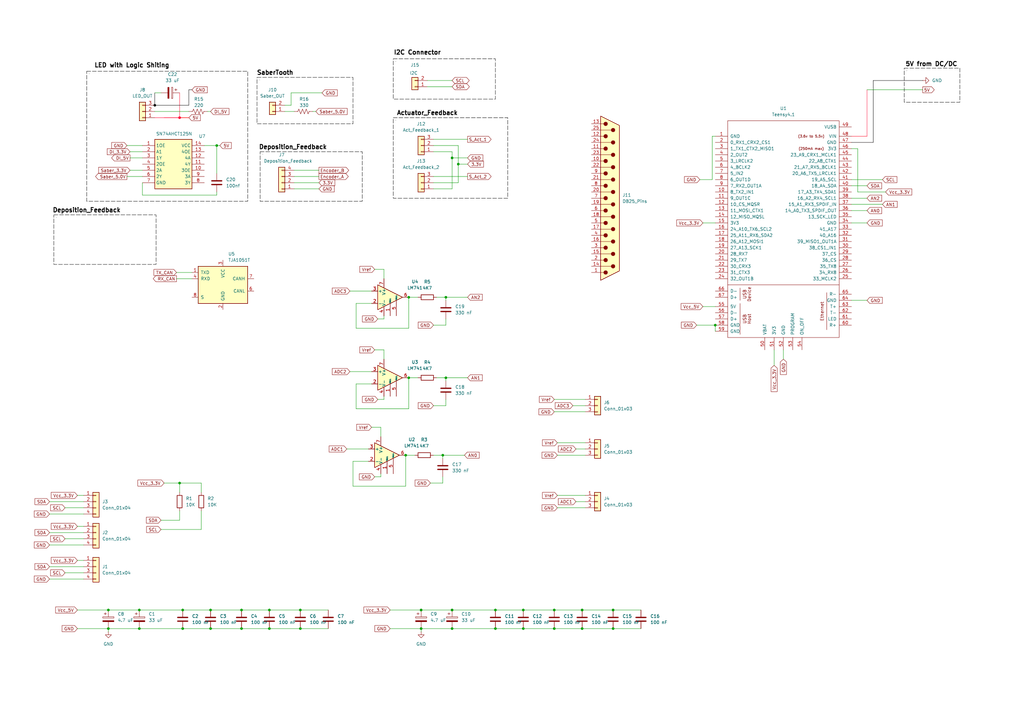
<source format=kicad_sch>
(kicad_sch (version 20250114) (generator "eeschema") (generator_version "9.0")
  (paper "A3")
  (lib_symbols
    (symbol "74xx:74AHC373"
      (property "Reference" "U7" (at -1.016 20.32 0))
      (property "Value" "SN74AHCT125N" (at -7.112 17.526 0))
      (symbol "74AHC373_1_0"
        (pin input line (at -12.7 12.7 0) (length 5.08) (name "1OE") (number "1"))
        (pin input line (at -12.7 10.16 0) (length 5.08) (name "A1") (number "2"))
        (pin input line (at -12.7 7.62 0) (length 5.08) (name "1Y") (number "3"))
        (pin input line (at -12.7 5.08 0) (length 5.08) (name "2OE") (number "4"))
        (pin input line (at -12.7 2.54 0) (length 5.08) (name "2A") (number "5"))
        (pin input line (at -12.7 0 0) (length 5.08) (name "2Y") (number "6"))
        (pin input line (at -12.7 -2.54 0) (length 5.08) (name "GND") (number "7"))
        (pin tri_state line (at 12.7 12.7 180) (length 5.08) (name "VCC") (number "14"))
        (pin tri_state line (at 12.7 10.16 180) (length 5.08) (name "4OE") (number "13"))
        (pin tri_state line (at 12.7 7.62 180) (length 5.08) (name "4A") (number "12"))
        (pin tri_state line (at 12.7 5.08 180) (length 5.08) (name "4Y") (number "11"))
        (pin tri_state line (at 12.7 2.54 180) (length 5.08) (name "3OE") (number "10"))
        (pin tri_state line (at 12.7 0 180) (length 5.08) (name "3A") (number "9"))
        (pin tri_state line (at 12.7 -2.54 180) (length 5.08) (name "3Y") (number "8"))
      )
    )
    (symbol "Amplifier_Operational:LM741" (pin_names (offset 0.127))
      (property "Reference" "U" (at 0 6.35 0))
      (property "Value" "LM741" (at 0 3.81 0))
      (symbol "LM741_1_1"
        (pin input line (at -7.62 2.54 0) (length 2.54) (name "+") (number "3"))
        (pin input line (at -7.62 -2.54 0) (length 2.54) (name "-") (number "2"))
        (pin power_in line (at -2.54 7.62 270) (length 3.81) (name "V+") (number "7"))
        (pin power_in line (at -2.54 -7.62 90) (length 3.81) (name "V-") (number "4"))
        (pin no_connect line (at 0 2.54 270) (length 2.54) (hide yes) (name "NC") (number "8"))
        (pin input line (at 0 -7.62 90) (length 5.08) (name "NULL") (number "1"))
        (pin input line (at 2.54 -7.62 90) (length 6.35) (name "NULL") (number "5"))
        (pin output line (at 7.62 0 180) (length 2.54) (name "~") (number "6"))
      )
    )
    (symbol "Connector:DB25_Pins" (pin_names (offset 1.016) (hide yes))
      (property "Reference" "J" (at 0 34.29 0))
      (property "Value" "DB25_Pins" (at 0 -34.925 0))
      (symbol "DB25_Pins_1_1"
        (pin passive line (at -7.62 30.48 0) (length 3.81) (name "13") (number "13"))
        (pin passive line (at -7.62 27.94 0) (length 3.81) (name "P25") (number "25"))
        (pin passive line (at -7.62 25.4 0) (length 3.81) (name "12") (number "12"))
        (pin passive line (at -7.62 22.86 0) (length 3.81) (name "P24") (number "24"))
        (pin passive line (at -7.62 20.32 0) (length 3.81) (name "11") (number "11"))
        (pin passive line (at -7.62 17.78 0) (length 3.81) (name "P23") (number "23"))
        (pin passive line (at -7.62 15.24 0) (length 3.81) (name "10") (number "10"))
        (pin passive line (at -7.62 12.7 0) (length 3.81) (name "P22") (number "22"))
        (pin passive line (at -7.62 10.16 0) (length 3.81) (name "9") (number "9"))
        (pin passive line (at -7.62 7.62 0) (length 3.81) (name "P21") (number "21"))
        (pin passive line (at -7.62 5.08 0) (length 3.81) (name "8") (number "8"))
        (pin passive line (at -7.62 2.54 0) (length 3.81) (name "P20") (number "20"))
        (pin passive line (at -7.62 0 0) (length 3.81) (name "7") (number "7"))
        (pin passive line (at -7.62 -2.54 0) (length 3.81) (name "P19") (number "19"))
        (pin passive line (at -7.62 -5.08 0) (length 3.81) (name "6") (number "6"))
        (pin passive line (at -7.62 -7.62 0) (length 3.81) (name "P18") (number "18"))
        (pin passive line (at -7.62 -10.16 0) (length 3.81) (name "5") (number "5"))
        (pin passive line (at -7.62 -12.7 0) (length 3.81) (name "P17") (number "17"))
        (pin passive line (at -7.62 -15.24 0) (length 3.81) (name "4") (number "4"))
        (pin passive line (at -7.62 -17.78 0) (length 3.81) (name "P16") (number "16"))
        (pin passive line (at -7.62 -20.32 0) (length 3.81) (name "3") (number "3"))
        (pin passive line (at -7.62 -22.86 0) (length 3.81) (name "P15") (number "15"))
        (pin passive line (at -7.62 -25.4 0) (length 3.81) (name "2") (number "2"))
        (pin passive line (at -7.62 -27.94 0) (length 3.81) (name "P14") (number "14"))
        (pin passive line (at -7.62 -30.48 0) (length 3.81) (name "1") (number "1"))
      )
    )
    (symbol "Connector_Generic:Conn_01x02" (pin_names (offset 1.016) (hide yes))
      (property "Reference" "J" (at 0 2.54 0))
      (property "Value" "Conn_01x02" (at 0 -5.08 0))
      (symbol "Conn_01x02_1_1"
        (pin passive line (at -5.08 0 0) (length 3.81) (name "Pin_1") (number "1"))
        (pin passive line (at -5.08 -2.54 0) (length 3.81) (name "Pin_2") (number "2"))
      )
    )
    (symbol "Connector_Generic:Conn_01x03" (pin_names (offset 1.016) (hide yes))
      (property "Reference" "J" (at 0 5.08 0))
      (property "Value" "Conn_01x03" (at 0 -5.08 0))
      (symbol "Conn_01x03_1_1"
        (pin passive line (at -5.08 2.54 0) (length 3.81) (name "Pin_1") (number "1"))
        (pin passive line (at -5.08 0 0) (length 3.81) (name "Pin_2") (number "2"))
        (pin passive line (at -5.08 -2.54 0) (length 3.81) (name "Pin_3") (number "3"))
      )
    )
    (symbol "Connector_Generic:Conn_01x04" (pin_names (offset 1.016) (hide yes))
      (property "Reference" "J" (at 0 5.08 0))
      (property "Value" "Conn_01x04" (at 0 -7.62 0))
      (symbol "Conn_01x04_1_1"
        (pin passive line (at -5.08 2.54 0) (length 3.81) (name "Pin_1") (number "1"))
        (pin passive line (at -5.08 0 0) (length 3.81) (name "Pin_2") (number "2"))
        (pin passive line (at -5.08 -2.54 0) (length 3.81) (name "Pin_3") (number "3"))
        (pin passive line (at -5.08 -5.08 0) (length 3.81) (name "Pin_4") (number "4"))
      )
    )
    (symbol "Device:C" (pin_numbers (hide yes)) (pin_names (offset 0.254))
      (property "Reference" "C" (at 0.635 2.54 0))
      (property "Value" "C" (at 0.635 -2.54 0))
      (symbol "C_1_1"
        (pin passive line (at 0 3.81 270) (length 2.794) (name "~") (number "1"))
        (pin passive line (at 0 -3.81 90) (length 2.794) (name "~") (number "2"))
      )
    )
    (symbol "Device:C_Polarized" (pin_numbers (hide yes)) (pin_names (offset 0.254))
      (property "Reference" "C" (at 0.635 2.54 0))
      (property "Value" "C_Polarized" (at 0.635 -2.54 0))
      (symbol "C_Polarized_1_1"
        (pin passive line (at 0 3.81 270) (length 2.794) (name "~") (number "1"))
        (pin passive line (at 0 -3.81 90) (length 2.794) (name "~") (number "2"))
      )
    )
    (symbol "Device:R" (pin_numbers (hide yes)) (pin_names (offset 0))
      (property "Reference" "R" (at 2.032 0 90))
      (property "Value" "R" (at 0 0 90))
      (symbol "R_1_1"
        (pin passive line (at 0 3.81 270) (length 1.27) (name "~") (number "1"))
        (pin passive line (at 0 -3.81 90) (length 1.27) (name "~") (number "2"))
      )
    )
    (symbol "Device:R_US" (pin_numbers (hide yes)) (pin_names (offset 0))
      (property "Reference" "R" (at 2.54 0 90))
      (property "Value" "R_US" (at -2.54 0 90))
      (symbol "R_US_1_1"
        (pin passive line (at 0 3.81 270) (length 1.27) (name "~") (number "1"))
        (pin passive line (at 0 -3.81 90) (length 1.27) (name "~") (number "2"))
      )
    )
    (symbol "Interface_CAN_LIN:TJA1051T" (pin_names (offset 1.016))
      (property "Reference" "U" (at -10.16 8.89 0))
      (property "Value" "TJA1051T" (at 1.27 8.89 0))
      (symbol "TJA1051T_1_1"
        (pin input line (at -12.7 5.08 0) (length 2.54) (name "TXD") (number "1"))
        (pin output line (at -12.7 2.54 0) (length 2.54) (name "RXD") (number "4"))
        (pin input line (at -12.7 -5.08 0) (length 2.54) (name "S") (number "8"))
        (pin no_connect line (at -10.16 -2.54 0) (length 2.54) (hide yes) (name "NC") (number "5"))
        (pin power_in line (at 0 10.16 270) (length 2.54) (name "VCC") (number "3"))
        (pin power_in line (at 0 -10.16 90) (length 2.54) (name "GND") (number "2"))
        (pin bidirectional line (at 12.7 2.54 180) (length 2.54) (name "CANH") (number "7"))
        (pin bidirectional line (at 12.7 -2.54 180) (length 2.54) (name "CANL") (number "6"))
      )
    )
    (symbol "power:GND" (power) (pin_numbers (hide yes)) (pin_names (offset 0) (hide yes))
      (property "Value" "GND" (at 0 -3.81 0))
      (symbol "GND_1_1"
        (pin power_in line (at 0 0 270) (length 0) (name "~") (number "1"))
      )
    )
    (symbol "teensy:Teensy4.1" (pin_names (offset 1.016))
      (property "Reference" "U" (at 0 64.77 0))
      (property "Value" "Teensy4.1" (at 0 62.23 0))
      (symbol "Teensy4.1_0_0"
        (text "USB" (at -15.875 -10.16 900) (effects (font (size 1.27 1.27))))
        (text "USB" (at -15.875 -20.32 900) (effects (font (size 1.27 1.27))))
        (text "Device" (at -13.97 -10.16 900) (effects (font (size 1.27 1.27))))
        (text "Host" (at -13.97 -20.32 900) (effects (font (size 1.27 1.27))))
        (text "(3.6v to 5.5v)" (at 11.43 54.61 0) (effects (font (size 1.016 1.016))))
        (text "(250mA max)" (at 11.43 49.53 0) (effects (font (size 1.016 1.016))))
        (text "Ethernet" (at 15.875 -17.145 900) (effects (font (size 1.27 1.27))))
        (pin bidirectional line (at -27.94 44.45 0) (length 5.08) (name "3_LRCLK2") (number "5"))
        (pin bidirectional line (at -27.94 41.91 0) (length 5.08) (name "4_BCLK2") (number "6"))
        (pin bidirectional line (at -27.94 39.37 0) (length 5.08) (name "5_IN2") (number "7"))
        (pin bidirectional line (at -27.94 36.83 0) (length 5.08) (name "6_OUT1D") (number "8"))
        (pin bidirectional line (at -27.94 34.29 0) (length 5.08) (name "7_RX2_OUT1A") (number "9"))
        (pin bidirectional line (at -27.94 31.75 0) (length 5.08) (name "8_TX2_IN1") (number "10"))
        (pin bidirectional line (at -27.94 29.21 0) (length 5.08) (name "9_OUT1C") (number "11"))
        (pin bidirectional line (at -27.94 26.67 0) (length 5.08) (name "10_CS_MQSR") (number "12"))
        (pin bidirectional line (at -27.94 24.13 0) (length 5.08) (name "11_MOSI_CTX1") (number "13"))
        (pin bidirectional line (at -27.94 21.59 0) (length 5.08) (name "12_MISO_MQSL") (number "14"))
        (pin power_in line (at -27.94 19.05 0) (length 5.08) (name "3V3") (number "15"))
        (pin bidirectional line (at -27.94 16.51 0) (length 5.08) (name "24_A10_TX6_SCL2") (number "16"))
        (pin bidirectional line (at -27.94 13.97 0) (length 5.08) (name "25_A11_RX6_SDA2") (number "17"))
        (pin bidirectional line (at -27.94 11.43 0) (length 5.08) (name "26_A12_MOSI1") (number "18"))
        (pin bidirectional line (at -27.94 8.89 0) (length 5.08) (name "27_A13_SCK1") (number "19"))
        (pin bidirectional line (at -27.94 6.35 0) (length 5.08) (name "28_RX7") (number "20"))
        (pin bidirectional line (at -27.94 3.81 0) (length 5.08) (name "29_TX7") (number "21"))
        (pin bidirectional line (at -27.94 1.27 0) (length 5.08) (name "30_CRX3") (number "22"))
        (pin bidirectional line (at -27.94 -1.27 0) (length 5.08) (name "31_CTX3") (number "23"))
        (pin bidirectional line (at -27.94 -3.81 0) (length 5.08) (name "32_OUT1B") (number "24"))
        (pin bidirectional line (at -27.94 -8.89 0) (length 5.08) (name "D-") (number "66"))
        (pin bidirectional line (at -27.94 -11.43 0) (length 5.08) (name "D+") (number "67"))
        (pin power_out line (at -27.94 -15.24 0) (length 5.08) (name "5V") (number "55"))
        (pin bidirectional line (at -27.94 -17.78 0) (length 5.08) (name "D-") (number "56"))
        (pin bidirectional line (at -27.94 -20.32 0) (length 5.08) (name "D+") (number "57"))
        (pin power_in line (at -27.94 -22.86 0) (length 5.08) (name "GND") (number "58"))
        (pin power_in line (at -27.94 -25.4 0) (length 5.08) (name "GND") (number "59"))
        (pin power_in line (at -7.62 -33.02 90) (length 5.08) (name "VBAT") (number "50"))
        (pin power_in line (at -3.81 -33.02 90) (length 5.08) (name "3V3") (number "51"))
        (pin input line (at 0 -33.02 90) (length 5.08) (name "GND") (number "52"))
        (pin input line (at 3.81 -33.02 90) (length 5.08) (name "PROGRAM") (number "53"))
        (pin input line (at 7.62 -33.02 90) (length 5.08) (name "ON_OFF") (number "54"))
        (pin power_out line (at 27.94 58.42 180) (length 5.08) (name "VUSB") (number "49"))
        (pin power_in line (at 27.94 54.61 180) (length 5.08) (name "VIN") (number "48"))
        (pin output line (at 27.94 52.07 180) (length 5.08) (name "GND") (number "47"))
        (pin output line (at 27.94 49.53 180) (length 5.08) (name "3V3") (number "46"))
        (pin bidirectional line (at 27.94 46.99 180) (length 5.08) (name "23_A9_CRX1_MCLK1") (number "45"))
        (pin bidirectional line (at 27.94 44.45 180) (length 5.08) (name "22_A8_CTX1") (number "44"))
        (pin bidirectional line (at 27.94 41.91 180) (length 5.08) (name "21_A7_RX5_BCLK1") (number "43"))
        (pin bidirectional line (at 27.94 39.37 180) (length 5.08) (name "20_A6_TX5_LRCLK1") (number "42"))
        (pin bidirectional line (at 27.94 36.83 180) (length 5.08) (name "19_A5_SCL") (number "41"))
        (pin bidirectional line (at 27.94 34.29 180) (length 5.08) (name "18_A4_SDA") (number "40"))
        (pin bidirectional line (at 27.94 31.75 180) (length 5.08) (name "17_A3_TX4_SDA1") (number "39"))
        (pin bidirectional line (at 27.94 29.21 180) (length 5.08) (name "16_A2_RX4_SCL1") (number "38"))
        (pin bidirectional line (at 27.94 26.67 180) (length 5.08) (name "15_A1_RX3_SPDIF_IN") (number "37"))
        (pin bidirectional line (at 27.94 24.13 180) (length 5.08) (name "14_A0_TX3_SPDIF_OUT") (number "36"))
        (pin bidirectional line (at 27.94 21.59 180) (length 5.08) (name "13_SCK_LED") (number "35"))
        (pin bidirectional line (at 27.94 16.51 180) (length 5.08) (name "41_A17") (number "33"))
        (pin bidirectional line (at 27.94 13.97 180) (length 5.08) (name "40_A16") (number "32"))
        (pin bidirectional line (at 27.94 11.43 180) (length 5.08) (name "39_MISO1_OUT1A") (number "31"))
        (pin bidirectional line (at 27.94 8.89 180) (length 5.08) (name "38_CS1_IN1") (number "30"))
        (pin bidirectional line (at 27.94 6.35 180) (length 5.08) (name "37_CS") (number "29"))
        (pin bidirectional line (at 27.94 3.81 180) (length 5.08) (name "36_CS") (number "28"))
        (pin bidirectional line (at 27.94 1.27 180) (length 5.08) (name "35_TX8") (number "27"))
        (pin bidirectional line (at 27.94 -1.27 180) (length 5.08) (name "34_RX8") (number "26"))
        (pin bidirectional line (at 27.94 -3.81 180) (length 5.08) (name "33_MCLK2") (number "25"))
        (pin bidirectional line (at 27.94 -10.16 180) (length 5.08) (name "R-") (number "65"))
        (pin power_in line (at 27.94 -12.7 180) (length 5.08) (name "GND") (number "64"))
        (pin bidirectional line (at 27.94 -15.24 180) (length 5.08) (name "T+") (number "63"))
        (pin bidirectional line (at 27.94 -17.78 180) (length 5.08) (name "T-") (number "62"))
        (pin bidirectional line (at 27.94 -20.32 180) (length 5.08) (name "LED") (number "61"))
        (pin bidirectional line (at 27.94 -22.86 180) (length 5.08) (name "R+") (number "60"))
      )
      (symbol "Teensy4.1_1_1"
        (pin power_in line (at -27.94 54.61 0) (length 5.08) (name "GND") (number "1"))
        (pin bidirectional line (at -27.94 52.07 0) (length 5.08) (name "0_RX1_CRX2_CS1") (number "2"))
        (pin bidirectional line (at -27.94 49.53 0) (length 5.08) (name "1_TX1_CTX2_MISO1") (number "3"))
        (pin bidirectional line (at -27.94 46.99 0) (length 5.08) (name "2_OUT2") (number "4"))
        (pin power_in line (at 27.94 19.05 180) (length 5.08) (name "GND") (number "34"))
      )
    )
  )
  (text "Deposition_Feedback\n" (at 120.142 60.452 0) (effects (font (size 1.778 1.778) (thickness 0.3556) (bold yes))))
  (text "5V from DC/DC\n" (at 382.016 26.416 0) (effects (font (size 1.778 1.778) (thickness 0.3556) (bold yes))))
  (text "LED with Logic Shiting\n" (at 54.102 26.924 0) (effects (font (size 1.778 1.778) (thickness 0.3556) (bold yes))))
  (text "SaberTooth \n" (at 113.538 29.972 0) (effects (font (size 1.778 1.778) (thickness 0.3556) (bold yes))))
  (text "Actuator_Feedback\n" (at 175.26 46.482 0) (effects (font (size 1.778 1.778) (thickness 0.3556) (bold yes))))
  (text "Deposition_Feedback\n" (at 35.56 86.36 0) (effects (font (size 1.778 1.778) (thickness 0.3556) (bold yes))))
  (text "I2C Connector\n\n" (at 171.196 23.114 0) (effects (font (size 1.778 1.778) (thickness 0.3556) (bold yes))))
  (text_box "\\\n" (at 161.29 48.26 0) (size 46.99 33.02) (margins 0.9525 0.9525 0.9525 0.9525) (stroke (width 0.1524) (type dash) (color 0 0 0 1)) (effects (font (size 0.127 0.127)) (justify left top)))
  (text_box "\\\n" (at 106.68 62.23 0) (size 41.91 20.32) (margins 0.9525 0.9525 0.9525 0.9525) (stroke (width 0.1524) (type dash) (color 0 0 0 1)) (effects (font (size 0.127 0.127)) (justify left top)))
  (text_box "\\\n" (at 22.098 88.138 0) (size 41.91 20.32) (margins 0.9525 0.9525 0.9525 0.9525) (stroke (width 0.1524) (type dash) (color 0 0 0 1)) (effects (font (size 0.127 0.127)) (justify left top)))
  (text_box "\\\n" (at 370.84 27.94 0) (size 22.86 13.97) (margins 0.9525 0.9525 0.9525 0.9525) (stroke (width 0.1524) (type dash) (color 0 0 0 1)) (effects (font (size 0.127 0.127)) (justify left top)))
  (text_box "\\\n" (at 35.56 29.21 0) (size 66.04 53.34) (margins 0.9525 0.9525 0.9525 0.9525) (stroke (width 0.1524) (type dash) (color 0 0 0 1)) (effects (font (size 0.127 0.127)) (justify left top)))
  (text_box "\\\n" (at 161.29 24.13 0) (size 41.91 16.51) (margins 0.9525 0.9525 0.9525 0.9525) (stroke (width 0.1524) (type dash) (color 0 0 0 1)) (effects (font (size 0.127 0.127)) (justify left top)))
  (text_box "\\\n" (at 105.41 31.75 0) (size 39.37 19.05) (margins 0.9525 0.9525 0.9525 0.9525) (stroke (width 0.1524) (type dash) (color 0 0 0 1)) (effects (font (size 0.127 0.127)) (justify left top)))
  (junction (at 57.15 257.81))
  (junction (at 167.64 121.92))
  (junction (at 63.5 43.18) (color 5 5 5 1))
  (junction (at 227.33 257.81))
  (junction (at 44.45 257.81))
  (junction (at 74.93 257.81))
  (junction (at 214.63 257.81))
  (junction (at 172.72 250.19))
  (junction (at 73.66 48.26) (color 255 0 40 1))
  (junction (at 238.76 257.81))
  (junction (at 86.36 257.81))
  (junction (at 86.36 250.19))
  (junction (at 172.72 257.81))
  (junction (at 182.88 121.92))
  (junction (at 74.93 250.19))
  (junction (at 99.06 257.81))
  (junction (at 181.61 186.69))
  (junction (at 99.06 250.19))
  (junction (at 88.9 59.69))
  (junction (at 110.49 250.19))
  (junction (at 187.96 67.31))
  (junction (at 227.33 250.19))
  (junction (at 123.19 250.19))
  (junction (at 185.42 250.19))
  (junction (at 214.63 250.19))
  (junction (at 238.76 250.19))
  (junction (at 185.42 64.77))
  (junction (at 57.15 250.19))
  (junction (at 251.46 250.19))
  (junction (at 203.2 250.19))
  (junction (at 166.37 186.69))
  (junction (at 44.45 250.19))
  (junction (at 251.46 257.81))
  (junction (at 182.88 154.94))
  (junction (at 123.19 257.81))
  (junction (at 73.66 198.12))
  (junction (at 203.2 257.81))
  (junction (at 185.42 257.81))
  (junction (at 293.37 133.35))
  (junction (at 110.49 257.81))
  (junction (at 167.64 154.94))
  (wire (pts (xy 120.65 72.39) (xy 130.81 72.39)))
  (wire (pts (xy 182.88 121.92) (xy 191.77 121.92)))
  (wire (pts (xy 349.25 123.19) (xy 355.6 123.19)))
  (wire (pts (xy 172.72 250.19) (xy 185.42 250.19)))
  (wire (pts (xy 120.65 69.85) (xy 130.81 69.85)))
  (wire (pts (xy 143.51 152.4) (xy 152.4 152.4)))
  (wire (pts (xy 185.42 257.81) (xy 203.2 257.81)))
  (wire (pts (xy 293.37 133.35) (xy 293.37 135.89)))
  (wire (pts (xy 238.76 257.81) (xy 251.46 257.81)))
  (wire (pts (xy 123.19 257.81) (xy 134.62 257.81)))
  (wire (pts (xy 128.27 45.72) (xy 129.54 45.72)))
  (wire (pts (xy 142.24 184.15) (xy 151.13 184.15)))
  (wire (pts (xy 31.75 250.19) (xy 44.45 250.19)))
  (wire (pts (xy 53.34 64.77) (xy 58.42 64.77)))
  (wire (pts (xy 317.5 143.51) (xy 317.5 149.86)))
  (wire (pts (xy 182.88 154.94) (xy 191.77 154.94)))
  (wire (pts (xy 146.05 134.62) (xy 167.64 134.62)))
  (wire (pts (xy 177.8 74.93) (xy 187.96 74.93)))
  (wire (pts (xy 146.05 167.64) (xy 167.64 167.64)))
  (wire (pts (xy 26.67 220.98) (xy 34.29 220.98)))
  (wire (pts (xy 203.2 250.19) (xy 214.63 250.19)))
  (wire (pts (xy 236.22 184.15) (xy 240.03 184.15)))
  (wire (pts (xy 203.2 257.81) (xy 214.63 257.81)))
  (wire (pts (xy 236.22 205.74) (xy 240.03 205.74)))
  (wire (pts (xy 177.8 77.47) (xy 185.42 77.47)))
  (wire (pts (xy 167.64 134.62) (xy 167.64 121.92)))
  (wire (pts (xy 292.1 55.88) (xy 293.37 55.88)))
  (wire (pts (xy 181.61 198.12) (xy 176.53 198.12)))
  (wire (pts (xy 77.47 36.83) (xy 78.74 36.83)) (stroke (width 0) (color 5 5 5 1)))
  (wire (pts (xy 157.48 110.49) (xy 157.48 114.3)))
  (wire (pts (xy 77.47 36.83) (xy 77.47 43.18)) (stroke (width 0) (color 5 5 5 1)))
  (wire (pts (xy 44.45 250.19) (xy 57.15 250.19)))
  (wire (pts (xy 157.48 163.83) (xy 157.48 162.56)))
  (wire (pts (xy 83.82 59.69) (xy 88.9 59.69)))
  (wire (pts (xy 143.51 119.38) (xy 152.4 119.38)))
  (wire (pts (xy 110.49 257.81) (xy 123.19 257.81)))
  (wire (pts (xy 175.26 35.56) (xy 185.42 35.56)))
  (wire (pts (xy 31.75 203.2) (xy 34.29 203.2)))
  (wire (pts (xy 227.33 257.81) (xy 238.76 257.81)))
  (wire (pts (xy 82.55 201.93) (xy 82.55 198.12)))
  (wire (pts (xy 73.66 198.12) (xy 73.66 201.93)))
  (wire (pts (xy 227.33 168.91) (xy 240.03 168.91)))
  (wire (pts (xy 185.42 62.23) (xy 185.42 64.77)))
  (wire (pts (xy 116.84 45.72) (xy 120.65 45.72)))
  (wire (pts (xy 156.21 195.58) (xy 156.21 194.31)))
  (wire (pts (xy 99.06 257.81) (xy 110.49 257.81)))
  (wire (pts (xy 26.67 208.28) (xy 34.29 208.28)))
  (wire (pts (xy 181.61 195.58) (xy 181.61 198.12)))
  (wire (pts (xy 187.96 67.31) (xy 191.77 67.31)))
  (wire (pts (xy 57.15 250.19) (xy 74.93 250.19)))
  (wire (pts (xy 228.6 208.28) (xy 240.03 208.28)))
  (wire (pts (xy 166.37 199.39) (xy 166.37 186.69)))
  (wire (pts (xy 44.45 257.81) (xy 57.15 257.81)))
  (wire (pts (xy 74.93 250.19) (xy 86.36 250.19)))
  (wire (pts (xy 72.39 114.3) (xy 78.74 114.3)))
  (wire (pts (xy 82.55 198.12) (xy 73.66 198.12)))
  (wire (pts (xy 251.46 250.19) (xy 262.89 250.19)))
  (wire (pts (xy 167.64 121.92) (xy 171.45 121.92)))
  (wire (pts (xy 73.66 38.1) (xy 73.66 48.26)) (stroke (width 0) (color 255 1 35 1)))
  (wire (pts (xy 31.75 229.87) (xy 34.29 229.87)))
  (wire (pts (xy 85.09 45.72) (xy 86.36 45.72)))
  (wire (pts (xy 228.6 181.61) (xy 240.03 181.61)))
  (wire (pts (xy 351.79 78.74) (xy 363.22 78.74)))
  (wire (pts (xy 153.67 143.51) (xy 157.48 143.51)))
  (wire (pts (xy 73.66 213.36) (xy 73.66 209.55)))
  (wire (pts (xy 214.63 257.81) (xy 227.33 257.81)))
  (wire (pts (xy 378.46 33.02) (xy 358.14 33.02)) (stroke (width 0) (color 0 0 0 1)))
  (wire (pts (xy 67.31 198.12) (xy 73.66 198.12)))
  (wire (pts (xy 77.47 43.18) (xy 63.5 43.18)) (stroke (width 0) (color 5 5 5 1)))
  (wire (pts (xy 321.31 143.51) (xy 321.31 147.32)))
  (wire (pts (xy 167.64 154.94) (xy 171.45 154.94)))
  (wire (pts (xy 349.25 58.42) (xy 358.14 58.42)) (stroke (width 0) (color 8 0 3 1)))
  (wire (pts (xy 185.42 64.77) (xy 185.42 77.47)))
  (wire (pts (xy 20.32 205.74) (xy 34.29 205.74)))
  (wire (pts (xy 88.9 59.69) (xy 90.17 59.69)))
  (wire (pts (xy 152.4 157.48) (xy 146.05 157.48)))
  (wire (pts (xy 72.39 111.76) (xy 78.74 111.76)))
  (wire (pts (xy 181.61 186.69) (xy 177.8 186.69)))
  (wire (pts (xy 355.6 55.88) (xy 349.25 55.88)) (stroke (width 0) (color 255 0 27 1)))
  (wire (pts (xy 63.5 48.26) (xy 73.66 48.26)) (stroke (width 0) (color 255 0 46 1)))
  (wire (pts (xy 154.94 163.83) (xy 157.48 163.83)))
  (wire (pts (xy 227.33 163.83) (xy 240.03 163.83)))
  (wire (pts (xy 349.25 83.82) (xy 361.95 83.82)))
  (wire (pts (xy 58.42 74.93) (xy 58.42 80.01)))
  (wire (pts (xy 172.72 257.81) (xy 185.42 257.81)))
  (wire (pts (xy 185.42 250.19) (xy 203.2 250.19)))
  (wire (pts (xy 119.38 43.18) (xy 119.38 38.1)))
  (wire (pts (xy 152.4 124.46) (xy 146.05 124.46)))
  (wire (pts (xy 157.48 143.51) (xy 157.48 147.32)))
  (wire (pts (xy 110.49 250.19) (xy 123.19 250.19)))
  (wire (pts (xy 88.9 59.69) (xy 88.9 71.12)))
  (wire (pts (xy 116.84 43.18) (xy 119.38 43.18)))
  (wire (pts (xy 66.04 217.17) (xy 82.55 217.17)))
  (wire (pts (xy 177.8 62.23) (xy 185.42 62.23)))
  (wire (pts (xy 166.37 186.69) (xy 170.18 186.69)))
  (wire (pts (xy 160.02 250.19) (xy 172.72 250.19)))
  (wire (pts (xy 86.36 257.81) (xy 99.06 257.81)))
  (wire (pts (xy 77.47 45.72) (xy 63.5 45.72)))
  (wire (pts (xy 20.32 218.44) (xy 34.29 218.44)))
  (wire (pts (xy 292.1 73.66) (xy 287.02 73.66)))
  (wire (pts (xy 167.64 167.64) (xy 167.64 154.94)))
  (wire (pts (xy 88.9 80.01) (xy 88.9 78.74)))
  (wire (pts (xy 175.26 33.02) (xy 185.42 33.02)))
  (wire (pts (xy 53.34 62.23) (xy 58.42 62.23)))
  (wire (pts (xy 288.29 91.44) (xy 293.37 91.44)))
  (wire (pts (xy 73.66 48.26) (xy 77.47 48.26)) (stroke (width 0) (color 255 18 0 1)))
  (wire (pts (xy 182.88 154.94) (xy 179.07 154.94)))
  (wire (pts (xy 153.67 110.49) (xy 157.48 110.49)))
  (wire (pts (xy 63.5 38.1) (xy 63.5 43.18)) (stroke (width 0) (color 5 3 5 1)))
  (wire (pts (xy 160.02 257.81) (xy 172.72 257.81)))
  (wire (pts (xy 355.6 36.83) (xy 355.6 55.88)) (stroke (width 0) (color 255 14 57 1)))
  (wire (pts (xy 182.88 166.37) (xy 177.8 166.37)))
  (wire (pts (xy 177.8 57.15) (xy 191.77 57.15)))
  (wire (pts (xy 292.1 55.88) (xy 292.1 73.66)))
  (wire (pts (xy 187.96 67.31) (xy 187.96 74.93)))
  (wire (pts (xy 53.34 69.85) (xy 58.42 69.85)))
  (wire (pts (xy 151.13 189.23) (xy 144.78 189.23)))
  (wire (pts (xy 187.96 59.69) (xy 187.96 67.31)))
  (wire (pts (xy 251.46 257.81) (xy 262.89 257.81)))
  (wire (pts (xy 74.93 257.81) (xy 86.36 257.81)))
  (wire (pts (xy 26.67 234.95) (xy 34.29 234.95)))
  (wire (pts (xy 214.63 250.19) (xy 227.33 250.19)))
  (wire (pts (xy 349.25 73.66) (xy 361.95 73.66)))
  (wire (pts (xy 181.61 187.96) (xy 181.61 186.69)))
  (wire (pts (xy 156.21 175.26) (xy 156.21 179.07)))
  (wire (pts (xy 349.25 91.44) (xy 355.6 91.44)))
  (wire (pts (xy 228.6 186.69) (xy 240.03 186.69)))
  (wire (pts (xy 153.67 195.58) (xy 156.21 195.58)))
  (wire (pts (xy 31.75 215.9) (xy 34.29 215.9)))
  (wire (pts (xy 185.42 64.77) (xy 191.77 64.77)))
  (wire (pts (xy 86.36 250.19) (xy 99.06 250.19)))
  (wire (pts (xy 66.04 213.36) (xy 73.66 213.36)))
  (wire (pts (xy 182.88 163.83) (xy 182.88 166.37)))
  (wire (pts (xy 349.25 76.2) (xy 355.6 76.2)))
  (wire (pts (xy 182.88 133.35) (xy 177.8 133.35)))
  (wire (pts (xy 73.66 48.26) (xy 77.47 48.26)) (stroke (width 0) (color 255 0 46 1)))
  (wire (pts (xy 52.07 59.69) (xy 58.42 59.69)))
  (wire (pts (xy 182.88 121.92) (xy 179.07 121.92)))
  (wire (pts (xy 20.32 232.41) (xy 34.29 232.41)))
  (wire (pts (xy 152.4 175.26) (xy 156.21 175.26)))
  (wire (pts (xy 351.79 60.96) (xy 351.79 78.74)))
  (wire (pts (xy 120.65 77.47) (xy 130.81 77.47)))
  (wire (pts (xy 349.25 81.28) (xy 355.6 81.28)))
  (wire (pts (xy 285.75 133.35) (xy 293.37 133.35)))
  (wire (pts (xy 182.88 123.19) (xy 182.88 121.92)))
  (wire (pts (xy 82.55 217.17) (xy 82.55 209.55)))
  (wire (pts (xy 67.31 48.26) (xy 73.66 48.26)) (stroke (width 0) (color 255 6 45 1)))
  (wire (pts (xy 182.88 130.81) (xy 182.88 133.35)))
  (wire (pts (xy 177.8 59.69) (xy 187.96 59.69)))
  (wire (pts (xy 146.05 124.46) (xy 146.05 134.62)))
  (wire (pts (xy 349.25 60.96) (xy 351.79 60.96)))
  (wire (pts (xy 358.14 33.02) (xy 358.14 58.42)) (stroke (width 0) (color 0 0 0 1)))
  (wire (pts (xy 182.88 156.21) (xy 182.88 154.94)))
  (wire (pts (xy 20.32 210.82) (xy 34.29 210.82)))
  (wire (pts (xy 154.94 130.81) (xy 157.48 130.81)))
  (wire (pts (xy 349.25 86.36) (xy 355.6 86.36)))
  (wire (pts (xy 181.61 186.69) (xy 190.5 186.69)))
  (wire (pts (xy 288.29 125.73) (xy 293.37 125.73)))
  (wire (pts (xy 120.65 74.93) (xy 130.81 74.93)))
  (wire (pts (xy 228.6 203.2) (xy 240.03 203.2)))
  (wire (pts (xy 20.32 237.49) (xy 34.29 237.49)))
  (wire (pts (xy 144.78 189.23) (xy 144.78 199.39)))
  (wire (pts (xy 119.38 38.1) (xy 132.08 38.1)))
  (wire (pts (xy 58.42 80.01) (xy 88.9 80.01)))
  (wire (pts (xy 20.32 223.52) (xy 34.29 223.52)))
  (wire (pts (xy 177.8 72.39) (xy 191.77 72.39)))
  (wire (pts (xy 227.33 250.19) (xy 238.76 250.19)))
  (wire (pts (xy 44.45 257.81) (xy 44.45 259.08)))
  (wire (pts (xy 52.07 72.39) (xy 58.42 72.39)))
  (wire (pts (xy 146.05 157.48) (xy 146.05 167.64)))
  (wire (pts (xy 123.19 250.19) (xy 134.62 250.19)))
  (wire (pts (xy 66.04 38.1) (xy 63.5 38.1)))
  (wire (pts (xy 57.15 257.81) (xy 74.93 257.81)))
  (wire (pts (xy 378.46 36.83) (xy 355.6 36.83)))
  (wire (pts (xy 238.76 250.19) (xy 251.46 250.19)))
  (wire (pts (xy 99.06 250.19) (xy 110.49 250.19)))
  (wire (pts (xy 157.48 130.81) (xy 157.48 129.54)))
  (wire (pts (xy 172.72 257.81) (xy 172.72 259.08)))
  (wire (pts (xy 31.75 257.81) (xy 44.45 257.81)))
  (wire (pts (xy 144.78 199.39) (xy 166.37 199.39)))
  (wire (pts (xy 234.95 166.37) (xy 240.03 166.37)))
  (global_label "Vcc_3.3V" (shape input) (at 160.02 250.19 180) (property "Intersheetrefs" "${INTERSHEET_REFS}" (effects (hide yes))))
  (global_label "GND" (shape input) (at 154.94 130.81 180) (property "Intersheetrefs" "${INTERSHEET_REFS}" (effects (hide yes))))
  (global_label "SCL" (shape input) (at 361.95 73.66 0) (property "Intersheetrefs" "${INTERSHEET_REFS}" (effects (hide yes))))
  (global_label "GND" (shape input) (at 132.08 38.1 0) (property "Intersheetrefs" "${INTERSHEET_REFS}" (effects (hide yes))))
  (global_label "ADC2" (shape input) (at 143.51 152.4 180) (property "Intersheetrefs" "${INTERSHEET_REFS}" (effects (hide yes))))
  (global_label "S_Act_2" (shape output) (at 191.77 72.39 0) (property "Intersheetrefs" "${INTERSHEET_REFS}" (effects (hide yes))))
  (global_label "ADC3" (shape input) (at 143.51 119.38 180) (property "Intersheetrefs" "${INTERSHEET_REFS}" (effects (hide yes))))
  (global_label "GND" (shape input) (at 191.77 64.77 0) (property "Intersheetrefs" "${INTERSHEET_REFS}" (effects (hide yes))))
  (global_label "SDA" (shape bidirectional) (at 185.42 35.56 0) (property "Intersheetrefs" "${INTERSHEET_REFS}" (effects (hide yes))))
  (global_label "GND" (shape input) (at 355.6 123.19 0) (property "Intersheetrefs" "${INTERSHEET_REFS}" (effects (hide yes))))
  (global_label "SCL" (shape bidirectional) (at 185.42 33.02 0) (property "Intersheetrefs" "${INTERSHEET_REFS}" (effects (hide yes))))
  (global_label "Saber_3.3V" (shape input) (at 53.34 69.85 180) (property "Intersheetrefs" "${INTERSHEET_REFS}" (effects (hide yes))))
  (global_label "AN0" (shape input) (at 190.5 186.69 0) (property "Intersheetrefs" "${INTERSHEET_REFS}" (effects (hide yes))))
  (global_label "Vcc_3.3V" (shape input) (at 288.29 91.44 180) (property "Intersheetrefs" "${INTERSHEET_REFS}" (effects (hide yes))))
  (global_label "Vcc_3.3V" (shape input) (at 317.5 149.86 270) (property "Intersheetrefs" "${INTERSHEET_REFS}" (effects (hide yes))))
  (global_label "TX_CAN" (shape input) (at 72.39 111.76 180) (property "Intersheetrefs" "${INTERSHEET_REFS}" (effects (hide yes))))
  (global_label "GND" (shape input) (at 355.6 91.44 0) (property "Intersheetrefs" "${INTERSHEET_REFS}" (effects (hide yes))))
  (global_label "GND" (shape input) (at 177.8 166.37 180) (property "Intersheetrefs" "${INTERSHEET_REFS}" (effects (hide yes))))
  (global_label "GND" (shape input) (at 227.33 168.91 180) (property "Intersheetrefs" "${INTERSHEET_REFS}" (effects (hide yes))))
  (global_label "GND" (shape input) (at 52.07 59.69 180) (property "Intersheetrefs" "${INTERSHEET_REFS}" (effects (hide yes))))
  (global_label "ADC1" (shape input) (at 142.24 184.15 180) (property "Intersheetrefs" "${INTERSHEET_REFS}" (effects (hide yes))))
  (global_label "Encoder_B" (shape output) (at 130.81 69.85 0) (property "Intersheetrefs" "${INTERSHEET_REFS}" (effects (hide yes))))
  (global_label "SDA" (shape input) (at 20.32 232.41 180) (property "Intersheetrefs" "${INTERSHEET_REFS}" (effects (hide yes))))
  (global_label "3.3V" (shape input) (at 191.77 67.31 0) (property "Intersheetrefs" "${INTERSHEET_REFS}" (effects (hide yes))))
  (global_label "GND" (shape input) (at 20.32 223.52 180) (property "Intersheetrefs" "${INTERSHEET_REFS}" (effects (hide yes))))
  (global_label "AN2" (shape input) (at 355.6 81.28 0) (property "Intersheetrefs" "${INTERSHEET_REFS}" (effects (hide yes))))
  (global_label "Vcc_5V" (shape input) (at 31.75 250.19 180) (property "Intersheetrefs" "${INTERSHEET_REFS}" (effects (hide yes))))
  (global_label "SCL" (shape input) (at 26.67 220.98 180) (property "Intersheetrefs" "${INTERSHEET_REFS}" (effects (hide yes))))
  (global_label "GND" (shape input) (at 154.94 163.83 180) (property "Intersheetrefs" "${INTERSHEET_REFS}" (effects (hide yes))))
  (global_label "GND" (shape input) (at 153.67 195.58 180) (property "Intersheetrefs" "${INTERSHEET_REFS}" (effects (hide yes))))
  (global_label "SDA" (shape input) (at 20.32 218.44 180) (property "Intersheetrefs" "${INTERSHEET_REFS}" (effects (hide yes))))
  (global_label "SDA" (shape input) (at 20.32 205.74 180) (property "Intersheetrefs" "${INTERSHEET_REFS}" (effects (hide yes))))
  (global_label "Vref" (shape input) (at 228.6 203.2 180) (property "Intersheetrefs" "${INTERSHEET_REFS}" (effects (hide yes))))
  (global_label "Saber_5.0V" (shape output) (at 52.07 72.39 180) (property "Intersheetrefs" "${INTERSHEET_REFS}" (effects (hide yes))))
  (global_label "RX_CAN" (shape output) (at 72.39 114.3 180) (property "Intersheetrefs" "${INTERSHEET_REFS}" (effects (hide yes))))
  (global_label "Vcc_3.3V" (shape input) (at 31.75 229.87 180) (property "Intersheetrefs" "${INTERSHEET_REFS}" (effects (hide yes))))
  (global_label "SCL" (shape input) (at 66.04 217.17 180) (property "Intersheetrefs" "${INTERSHEET_REFS}" (effects (hide yes))))
  (global_label "Vcc_3.3V" (shape input) (at 67.31 198.12 180) (property "Intersheetrefs" "${INTERSHEET_REFS}" (effects (hide yes))))
  (global_label "GND" (shape input) (at 321.31 147.32 270) (property "Intersheetrefs" "${INTERSHEET_REFS}" (effects (hide yes))))
  (global_label "ADC3" (shape input) (at 234.95 166.37 180) (property "Intersheetrefs" "${INTERSHEET_REFS}" (effects (hide yes))))
  (global_label "5V" (shape output) (at 378.46 36.83 0) (property "Intersheetrefs" "${INTERSHEET_REFS}" (effects (hide yes))))
  (global_label "GND" (shape input) (at 228.6 186.69 180) (property "Intersheetrefs" "${INTERSHEET_REFS}" (effects (hide yes))))
  (global_label "5V" (shape input) (at 77.47 48.26 0) (property "Intersheetrefs" "${INTERSHEET_REFS}" (effects (hide yes))))
  (global_label "GND" (shape input) (at 228.6 208.28 180) (property "Intersheetrefs" "${INTERSHEET_REFS}" (effects (hide yes))))
  (global_label "Vref" (shape input) (at 227.33 163.83 180) (property "Intersheetrefs" "${INTERSHEET_REFS}" (effects (hide yes))))
  (global_label "GND" (shape input) (at 20.32 210.82 180) (property "Intersheetrefs" "${INTERSHEET_REFS}" (effects (hide yes))))
  (global_label "3.3V" (shape input) (at 130.81 74.93 0) (property "Intersheetrefs" "${INTERSHEET_REFS}" (effects (hide yes))))
  (global_label "GND" (shape input) (at 287.02 73.66 180) (property "Intersheetrefs" "${INTERSHEET_REFS}" (effects (hide yes))))
  (global_label "GND" (shape input) (at 78.74 36.83 0) (property "Intersheetrefs" "${INTERSHEET_REFS}" (effects (hide yes))))
  (global_label "Vref" (shape input) (at 152.4 175.26 180) (property "Intersheetrefs" "${INTERSHEET_REFS}" (effects (hide yes))))
  (global_label "ADC2" (shape input) (at 236.22 184.15 180) (property "Intersheetrefs" "${INTERSHEET_REFS}" (effects (hide yes))))
  (global_label "SCL" (shape input) (at 26.67 208.28 180) (property "Intersheetrefs" "${INTERSHEET_REFS}" (effects (hide yes))))
  (global_label "DI_3.3V" (shape input) (at 53.34 62.23 180) (property "Intersheetrefs" "${INTERSHEET_REFS}" (effects (hide yes))))
  (global_label "SDA" (shape input) (at 355.6 76.2 0) (property "Intersheetrefs" "${INTERSHEET_REFS}" (effects (hide yes))))
  (global_label "S_Act_1" (shape output) (at 191.77 57.15 0) (property "Intersheetrefs" "${INTERSHEET_REFS}" (effects (hide yes))))
  (global_label "Saber_5.0V" (shape input) (at 129.54 45.72 0) (property "Intersheetrefs" "${INTERSHEET_REFS}" (effects (hide yes))))
  (global_label "Vcc_3.3V" (shape input) (at 31.75 203.2 180) (property "Intersheetrefs" "${INTERSHEET_REFS}" (effects (hide yes))))
  (global_label "GND" (shape input) (at 130.81 77.47 0) (property "Intersheetrefs" "${INTERSHEET_REFS}" (effects (hide yes))))
  (global_label "ADC1" (shape input) (at 236.22 205.74 180) (property "Intersheetrefs" "${INTERSHEET_REFS}" (effects (hide yes))))
  (global_label "GND" (shape input) (at 160.02 257.81 180) (property "Intersheetrefs" "${INTERSHEET_REFS}" (effects (hide yes))))
  (global_label "Vcc_5V" (shape input) (at 288.29 125.73 180) (property "Intersheetrefs" "${INTERSHEET_REFS}" (effects (hide yes))))
  (global_label "Vcc_3.3V" (shape input) (at 363.22 78.74 0) (property "Intersheetrefs" "${INTERSHEET_REFS}" (effects (hide yes))))
  (global_label "GND" (shape input) (at 285.75 133.35 180) (property "Intersheetrefs" "${INTERSHEET_REFS}" (effects (hide yes))))
  (global_label "GND" (shape input) (at 20.32 237.49 180) (property "Intersheetrefs" "${INTERSHEET_REFS}" (effects (hide yes))))
  (global_label "Vref" (shape input) (at 153.67 143.51 180) (property "Intersheetrefs" "${INTERSHEET_REFS}" (effects (hide yes))))
  (global_label "Vref" (shape input) (at 153.67 110.49 180) (property "Intersheetrefs" "${INTERSHEET_REFS}" (effects (hide yes))))
  (global_label "AN2" (shape input) (at 191.77 121.92 0) (property "Intersheetrefs" "${INTERSHEET_REFS}" (effects (hide yes))))
  (global_label "5V" (shape input) (at 90.17 59.69 0) (property "Intersheetrefs" "${INTERSHEET_REFS}" (effects (hide yes))))
  (global_label "DI_5V" (shape output) (at 53.34 64.77 180) (property "Intersheetrefs" "${INTERSHEET_REFS}" (effects (hide yes))))
  (global_label "Encoder_A" (shape output) (at 130.81 72.39 0) (property "Intersheetrefs" "${INTERSHEET_REFS}" (effects (hide yes))))
  (global_label "SDA" (shape input) (at 66.04 213.36 180) (property "Intersheetrefs" "${INTERSHEET_REFS}" (effects (hide yes))))
  (global_label "GND" (shape input) (at 31.75 257.81 180) (property "Intersheetrefs" "${INTERSHEET_REFS}" (effects (hide yes))))
  (global_label "Vref" (shape input) (at 228.6 181.61 180) (property "Intersheetrefs" "${INTERSHEET_REFS}" (effects (hide yes))))
  (global_label "GND" (shape input) (at 176.53 198.12 180) (property "Intersheetrefs" "${INTERSHEET_REFS}" (effects (hide yes))))
  (global_label "AN1" (shape input) (at 361.95 83.82 0) (property "Intersheetrefs" "${INTERSHEET_REFS}" (effects (hide yes))))
  (global_label "SCL" (shape input) (at 26.67 234.95 180) (property "Intersheetrefs" "${INTERSHEET_REFS}" (effects (hide yes))))
  (global_label "AN1" (shape input) (at 191.77 154.94 0) (property "Intersheetrefs" "${INTERSHEET_REFS}" (effects (hide yes))))
  (global_label "AN0" (shape input) (at 355.6 86.36 0) (property "Intersheetrefs" "${INTERSHEET_REFS}" (effects (hide yes))))
  (global_label "Vcc_3.3V" (shape input) (at 31.75 215.9 180) (property "Intersheetrefs" "${INTERSHEET_REFS}" (effects (hide yes))))
  (global_label "DI_5V" (shape input) (at 86.36 45.72 0) (property "Intersheetrefs" "${INTERSHEET_REFS}" (effects (hide yes))))
  (global_label "GND" (shape input) (at 177.8 133.35 180) (property "Intersheetrefs" "${INTERSHEET_REFS}" (effects (hide yes))))
  (symbol (lib_id "Device:R") (at 175.26 154.94 90) (unit 1)
    (property "Reference" "R4" (at 175.26 148.59 90))
    (property "Value" "4K7" (at 175.26 151.13 90))
    (property "Description" "Resistor" (effects (hide yes)))
  )
  (symbol (lib_id "Device:C") (at 182.88 160.02 0) (unit 1)
    (property "Reference" "C18" (at 186.69 158.7499 0) (effects (justify left)))
    (property "Value" "330 nF" (at 186.69 161.2899 0) (effects (justify left)))
    (property "Description" "Unpolarized capacitor" (effects (hide yes)))
  )
  (symbol (lib_id "Device:C") (at 251.46 254 0) (unit 1)
    (property "Reference" "C15" (at 255.27 252.7299 0) (effects (justify left)))
    (property "Value" "100 nF" (at 255.27 255.2699 0) (effects (justify left)))
    (property "Description" "Unpolarized capacitor" (effects (hide yes)))
  )
  (symbol (lib_id "Device:R") (at 175.26 121.92 90) (unit 1)
    (property "Reference" "R5" (at 175.26 115.57 90))
    (property "Value" "4K7" (at 175.26 118.11 90))
    (property "Description" "Resistor" (effects (hide yes)))
  )
  (symbol (lib_id "Device:C_Polarized") (at 44.45 254 0) (unit 1)
    (property "Reference" "C8" (at 48.26 251.8409 0) (effects (justify left)))
    (property "Value" "4.7 uF" (at 48.26 254.3809 0) (effects (justify left)))
    (property "Description" "Polarized capacitor" (effects (hide yes)))
  )
  (symbol (lib_id "Amplifier_Operational:LM741") (at 160.02 121.92 0) (unit 1)
    (property "Reference" "U4" (at 170.18 115.4998 0))
    (property "Value" "LM741" (at 170.18 118.0398 0))
    (property "Datasheet" "http://www.ti.com/lit/ds/symlink/lm741.pdf" (effects (hide yes)))
    (property "Description" "Operational Amplifier, DIP-8/TO-99-8" (effects (hide yes)))
  )
  (symbol (lib_id "Device:C") (at 182.88 127 0) (unit 1)
    (property "Reference" "C19" (at 186.69 125.7299 0) (effects (justify left)))
    (property "Value" "330 nF" (at 186.69 128.2699 0) (effects (justify left)))
    (property "Description" "Unpolarized capacitor" (effects (hide yes)))
  )
  (symbol (lib_id "Device:C") (at 99.06 254 0) (unit 1)
    (property "Reference" "C4" (at 102.87 252.7299 0) (effects (justify left)))
    (property "Value" "100 nF" (at 102.87 255.2699 0) (effects (justify left)))
    (property "Description" "Unpolarized capacitor" (effects (hide yes)))
  )
  (symbol (lib_id "power:GND") (at 378.46 33.02 90) (unit 1)
    (property "Reference" "#PWR03" (effects (hide yes)))
    (property "Value" "GND" (at 382.27 33.0199 90) (effects (justify right)))
    (property "Description" "Power symbol creates a global label with name \"GND\" , ground" (effects (hide yes)))
  )
  (symbol (lib_id "power:GND") (at 44.45 259.08 0) (unit 1)
    (property "Reference" "#PWR01" (effects (hide yes)))
    (property "Value" "GND" (at 44.45 264.16 0))
    (property "Description" "Power symbol creates a global label with name \"GND\" , ground" (effects (hide yes)))
  )
  (symbol (lib_id "Connector_Generic:Conn_01x04") (at 39.37 232.41 0) (unit 1)
    (property "Reference" "J1" (at 41.91 232.4099 0) (effects (justify left)))
    (property "Value" "Conn_01x04" (at 41.91 234.9499 0) (effects (justify left)))
    (property "Description" "Generic connector, single row, 01x04, script generated (kicad-library-utils/schlib/autogen/connector/)" (effects (hide yes)))
  )
  (symbol (lib_id "power:GND") (at 172.72 259.08 0) (unit 1)
    (property "Reference" "#PWR02" (effects (hide yes)))
    (property "Value" "GND" (at 172.72 264.16 0))
    (property "Description" "Power symbol creates a global label with name \"GND\" , ground" (effects (hide yes)))
  )
  (symbol (lib_id "Device:C") (at 134.62 254 0) (unit 1)
    (property "Reference" "C7" (at 138.43 252.7299 0) (effects (justify left)))
    (property "Value" "100 nF" (at 138.43 255.2699 0) (effects (justify left)))
    (property "Description" "Unpolarized capacitor" (effects (hide yes)))
  )
  (symbol (lib_id "Amplifier_Operational:LM741") (at 160.02 154.94 0) (unit 1)
    (property "Reference" "U3" (at 170.18 148.5198 0))
    (property "Value" "LM741" (at 170.18 151.0598 0))
    (property "Datasheet" "http://www.ti.com/lit/ds/symlink/lm741.pdf" (effects (hide yes)))
    (property "Description" "Operational Amplifier, DIP-8/TO-99-8" (effects (hide yes)))
  )
  (symbol (lib_id "Device:C") (at 86.36 254 0) (unit 1)
    (property "Reference" "C3" (at 90.17 252.7299 0) (effects (justify left)))
    (property "Value" "100 nF" (at 90.17 255.2699 0) (effects (justify left)))
    (property "Description" "Unpolarized capacitor" (effects (hide yes)))
  )
  (symbol (lib_id "Connector_Generic:Conn_01x04") (at 39.37 205.74 0) (unit 1)
    (property "Reference" "J3" (at 41.91 205.7399 0) (effects (justify left)))
    (property "Value" "Conn_01x04" (at 41.91 208.2799 0) (effects (justify left)))
    (property "Description" "Generic connector, single row, 01x04, script generated (kicad-library-utils/schlib/autogen/connector/)" (effects (hide yes)))
  )
  (symbol (lib_id "Connector_Generic:Conn_01x03") (at 58.42 45.72 180) (unit 1)
    (property "Reference" "J8" (at 58.42 36.83 0))
    (property "Value" "LED_OUT" (at 58.42 39.37 0))
    (property "Description" "Generic connector, single row, 01x03, script generated (kicad-library-utils/schlib/autogen/connector/)" (effects (hide yes)))
  )
  (symbol (lib_id "Device:R_US") (at 81.28 45.72 90) (unit 1)
    (property "Reference" "R15" (at 81.534 40.64 90))
    (property "Value" "220" (at 81.534 43.18 90))
    (property "Description" "Resistor, US symbol" (effects (hide yes)))
  )
  (symbol (lib_id "Device:C") (at 88.9 74.93 0) (unit 1)
    (property "Reference" "C20" (at 92.71 73.6599 0) (effects (justify left)))
    (property "Value" "100nf" (at 92.71 76.1999 0) (effects (justify left)))
    (property "Description" "Unpolarized capacitor" (effects (hide yes)))
  )
  (symbol (lib_id "Device:C") (at 214.63 254 0) (unit 1)
    (property "Reference" "C12" (at 218.44 252.7299 0) (effects (justify left)))
    (property "Value" "100 nF" (at 218.44 255.2699 0) (effects (justify left)))
    (property "Description" "Unpolarized capacitor" (effects (hide yes)))
  )
  (symbol (lib_id "Device:C_Polarized") (at 57.15 254 0) (unit 1)
    (property "Reference" "C1" (at 60.96 251.8409 0) (effects (justify left)))
    (property "Value" "33 uF" (at 60.96 254.3809 0) (effects (justify left)))
    (property "Description" "Polarized capacitor" (effects (hide yes)))
  )
  (symbol (lib_id "Device:C") (at 74.93 254 0) (unit 1)
    (property "Reference" "C2" (at 78.74 252.7299 0) (effects (justify left)))
    (property "Value" "100 nF" (at 78.74 255.2699 0) (effects (justify left)))
    (property "Description" "Unpolarized capacitor" (effects (hide yes)))
  )
  (symbol (lib_id "Connector_Generic:Conn_01x03") (at 245.11 184.15 0) (unit 1)
    (property "Reference" "J5" (at 247.65 182.8799 0) (effects (justify left)))
    (property "Value" "Conn_01x03" (at 247.65 185.4199 0) (effects (justify left)))
    (property "Description" "Generic connector, single row, 01x03, script generated (kicad-library-utils/schlib/autogen/connector/)" (effects (hide yes)))
  )
  (symbol (lib_id "Connector_Generic:Conn_01x03") (at 172.72 74.93 180) (unit 1)
    (property "Reference" "J13" (at 172.72 66.04 0))
    (property "Value" "Act_Feedback_2" (at 172.72 68.58 0))
    (property "Description" "Generic connector, single row, 01x03, script generated (kicad-library-utils/schlib/autogen/connector/)" (effects (hide yes)))
  )
  (symbol (lib_id "Connector_Generic:Conn_01x03") (at 245.11 166.37 0) (unit 1)
    (property "Reference" "J6" (at 247.65 165.0999 0) (effects (justify left)))
    (property "Value" "Conn_01x03" (at 247.65 167.6399 0) (effects (justify left)))
    (property "Description" "Generic connector, single row, 01x03, script generated (kicad-library-utils/schlib/autogen/connector/)" (effects (hide yes)))
  )
  (symbol (lib_id "Device:C") (at 123.19 254 0) (unit 1)
    (property "Reference" "C6" (at 127 252.7299 0) (effects (justify left)))
    (property "Value" "100 nF" (at 127 255.2699 0) (effects (justify left)))
    (property "Description" "Unpolarized capacitor" (effects (hide yes)))
  )
  (symbol (lib_id "Device:R") (at 173.99 186.69 90) (unit 1)
    (property "Reference" "R3" (at 173.99 180.34 90))
    (property "Value" "4K7" (at 173.99 182.88 90))
    (property "Description" "Resistor" (effects (hide yes)))
  )
  (symbol (lib_id "Device:C") (at 238.76 254 0) (unit 1)
    (property "Reference" "C14" (at 242.57 252.7299 0) (effects (justify left)))
    (property "Value" "100 nF" (at 242.57 255.2699 0) (effects (justify left)))
    (property "Description" "Unpolarized capacitor" (effects (hide yes)))
  )
  (symbol (lib_id "Device:C_Polarized") (at 69.85 38.1 270) (unit 1)
    (property "Reference" "C22" (at 70.739 30.48 90))
    (property "Value" "33 uF" (at 70.739 33.02 90))
    (property "Description" "Polarized capacitor" (effects (hide yes)))
  )
  (symbol (lib_id "Device:R_US") (at 124.46 45.72 90) (unit 1)
    (property "Reference" "R16" (at 124.714 40.64 90))
    (property "Value" "330" (at 124.714 43.18 90))
    (property "Description" "Resistor, US symbol" (effects (hide yes)))
  )
  (symbol (lib_id "Interface_CAN_LIN:TJA1051T") (at 91.44 116.84 0) (unit 1)
    (property "Reference" "U5" (at 93.5833 104.14 0) (effects (justify left)))
    (property "Value" "TJA1051T" (at 93.5833 106.68 0) (effects (justify left)))
    (property "Footprint" "Package_SO:SOIC-8_3.9x4.9mm_P1.27mm" (effects (hide yes)))
    (property "Datasheet" "http://www.nxp.com/docs/en/data-sheet/TJA1051.pdf" (effects (hide yes)))
    (property "Description" "High-Speed CAN Transceiver, silent mode, SOIC-8" (effects (hide yes)))
  )
  (symbol (lib_id "Amplifier_Operational:LM741") (at 158.75 186.69 0) (unit 1)
    (property "Reference" "U2" (at 168.91 180.2698 0))
    (property "Value" "LM741" (at 168.91 182.8098 0))
    (property "Datasheet" "http://www.ti.com/lit/ds/symlink/lm741.pdf" (effects (hide yes)))
    (property "Description" "Operational Amplifier, DIP-8/TO-99-8" (effects (hide yes)))
  )
  (symbol (lib_id "Device:C_Polarized") (at 185.42 254 0) (unit 1)
    (property "Reference" "C10" (at 189.23 251.8409 0) (effects (justify left)))
    (property "Value" "33 uF" (at 189.23 254.3809 0) (effects (justify left)))
    (property "Description" "Polarized capacitor" (effects (hide yes)))
  )
  (symbol (lib_id "Device:R") (at 82.55 205.74 0) (unit 1)
    (property "Reference" "R2" (at 85.09 204.4699 0) (effects (justify left)))
    (property "Value" "10K" (at 85.09 207.0099 0) (effects (justify left)))
    (property "Description" "Resistor" (effects (hide yes)))
  )
  (symbol (lib_id "74xx:74AHC373") (at 71.12 72.39 0) (unit 1)
    (property "Reference" "U7" (at 81.534 55.88 0) (effects (justify left)))
    (property "Value" "SN74AHCT125N" (at 64.008 54.864 0) (effects (justify left)))
    (property "Datasheet" "https://assets.nexperia.com/documents/data-sheet/74AHC373.pdf" (effects (hide yes)))
    (property "Description" "8-bit Latch, 3-state outputs" (effects (hide yes)))
  )
  (symbol (lib_id "Connector_Generic:Conn_01x03") (at 245.11 205.74 0) (unit 1)
    (property "Reference" "J4" (at 247.65 204.4699 0) (effects (justify left)))
    (property "Value" "Conn_01x03" (at 247.65 207.0099 0) (effects (justify left)))
    (property "Description" "Generic connector, single row, 01x03, script generated (kicad-library-utils/schlib/autogen/connector/)" (effects (hide yes)))
  )
  (symbol (lib_id "Device:C") (at 262.89 254 0) (unit 1)
    (property "Reference" "C16" (at 266.7 252.7299 0) (effects (justify left)))
    (property "Value" "100 nF" (at 266.7 255.2699 0) (effects (justify left)))
    (property "Description" "Unpolarized capacitor" (effects (hide yes)))
  )
  (symbol (lib_id "Device:R") (at 73.66 205.74 0) (unit 1)
    (property "Reference" "R1" (at 76.2 204.4699 0) (effects (justify left)))
    (property "Value" "10K" (at 76.2 207.0099 0) (effects (justify left)))
    (property "Description" "Resistor" (effects (hide yes)))
  )
  (symbol (lib_id "Connector_Generic:Conn_01x03") (at 172.72 59.69 180) (unit 1)
    (property "Reference" "J12" (at 172.72 50.8 0))
    (property "Value" "Act_Feedback_1" (at 172.72 53.34 0))
    (property "Description" "Generic connector, single row, 01x03, script generated (kicad-library-utils/schlib/autogen/connector/)" (effects (hide yes)))
  )
  (symbol (lib_id "Device:C") (at 227.33 254 0) (unit 1)
    (property "Reference" "C13" (at 231.14 252.7299 0) (effects (justify left)))
    (property "Value" "100 nF" (at 231.14 255.2699 0) (effects (justify left)))
    (property "Description" "Unpolarized capacitor" (effects (hide yes)))
  )
  (symbol (lib_id "Device:C_Polarized") (at 172.72 254 0) (unit 1)
    (property "Reference" "C9" (at 176.53 251.8409 0) (effects (justify left)))
    (property "Value" "4.7 uF" (at 176.53 254.3809 0) (effects (justify left)))
    (property "Description" "Polarized capacitor" (effects (hide yes)))
  )
  (symbol (lib_id "Connector_Generic:Conn_01x02") (at 111.76 45.72 180) (unit 1)
    (property "Reference" "J10" (at 111.76 36.83 0))
    (property "Value" "Saber_OUT" (at 111.76 39.37 0))
    (property "Description" "Generic connector, single row, 01x02, script generated (kicad-library-utils/schlib/autogen/connector/)" (effects (hide yes)))
  )
  (symbol (lib_id "teensy:Teensy4.1") (at 321.31 110.49 0) (unit 1)
    (property "Reference" "U1" (at 321.31 44.45 0))
    (property "Value" "Teensy4.1" (at 321.31 46.99 0))
  )
  (symbol (lib_id "Connector_Generic:Conn_01x02") (at 170.18 35.56 180) (unit 1)
    (property "Reference" "J15" (at 170.18 26.67 0))
    (property "Value" "I2C" (at 169.672 29.972 0))
    (property "Description" "Generic connector, single row, 01x02, script generated (kicad-library-utils/schlib/autogen/connector/)" (effects (hide yes)))
  )
  (symbol (lib_id "Device:C") (at 181.61 191.77 0) (unit 1)
    (property "Reference" "C17" (at 185.42 190.4999 0) (effects (justify left)))
    (property "Value" "330 nF" (at 185.42 193.0399 0) (effects (justify left)))
    (property "Description" "Unpolarized capacitor" (effects (hide yes)))
  )
  (symbol (lib_id "Connector_Generic:Conn_01x04") (at 39.37 218.44 0) (unit 1)
    (property "Reference" "J2" (at 41.91 218.4399 0) (effects (justify left)))
    (property "Value" "Conn_01x04" (at 41.91 220.9799 0) (effects (justify left)))
    (property "Description" "Generic connector, single row, 01x04, script generated (kicad-library-utils/schlib/autogen/connector/)" (effects (hide yes)))
  )
  (symbol (lib_id "Connector:DB25_Pins") (at 250.19 81.28 0) (unit 1)
    (property "Reference" "J11" (at 255.27 80.0099 0) (effects (justify left)))
    (property "Value" "DB25_Pins" (at 255.27 82.5499 0) (effects (justify left)))
    (property "Description" "25-pin D-SUB connector, pins (male)" (effects (hide yes)))
  )
  (symbol (lib_id "Device:C") (at 203.2 254 0) (unit 1)
    (property "Reference" "C11" (at 207.01 252.7299 0) (effects (justify left)))
    (property "Value" "100 nF" (at 207.01 255.2699 0) (effects (justify left)))
    (property "Description" "Unpolarized capacitor" (effects (hide yes)))
  )
  (symbol (lib_id "Connector_Generic:Conn_01x04") (at 115.57 74.93 180) (unit 1)
    (property "Reference" "J7" (at 115.57 63.5 0))
    (property "Value" "Deposition_Feedback" (at 118.11 66.04 0))
    (property "Description" "Generic connector, single row, 01x04, script generated (kicad-library-utils/schlib/autogen/connector/)" (effects (hide yes)))
  )
  (symbol (lib_id "Device:C") (at 110.49 254 0) (unit 1)
    (property "Reference" "C5" (at 114.3 252.7299 0) (effects (justify left)))
    (property "Value" "100 nF" (at 114.3 255.2699 0) (effects (justify left)))
    (property "Description" "Unpolarized capacitor" (effects (hide yes)))
  )
)
</source>
